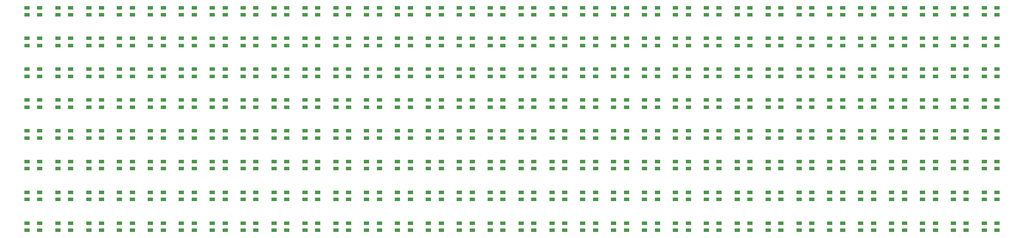
<source format=gbr>
G04 #@! TF.GenerationSoftware,KiCad,Pcbnew,(5.0.1-3-g963ef8bb5)*
G04 #@! TF.CreationDate,2019-06-17T09:36:16+02:00*
G04 #@! TF.ProjectId,cz19-badge,637A31392D62616467652E6B69636164,rev?*
G04 #@! TF.SameCoordinates,Original*
G04 #@! TF.FileFunction,Paste,Top*
G04 #@! TF.FilePolarity,Positive*
%FSLAX46Y46*%
G04 Gerber Fmt 4.6, Leading zero omitted, Abs format (unit mm)*
G04 Created by KiCad (PCBNEW (5.0.1-3-g963ef8bb5)) date 2019 June 17, Monday 09:36:16*
%MOMM*%
%LPD*%
G01*
G04 APERTURE LIST*
%ADD10R,1.000000X0.800000*%
G04 APERTURE END LIST*
D10*
G04 #@! TO.C,D1*
X55350000Y-71600000D03*
X57850000Y-71600000D03*
X57850000Y-73000000D03*
X55350000Y-73000000D03*
G04 #@! TD*
G04 #@! TO.C,D2*
X61350000Y-71600000D03*
X63850000Y-71600000D03*
X63850000Y-73000000D03*
X61350000Y-73000000D03*
G04 #@! TD*
G04 #@! TO.C,D3*
X67350000Y-71600000D03*
X69850000Y-71600000D03*
X69850000Y-73000000D03*
X67350000Y-73000000D03*
G04 #@! TD*
G04 #@! TO.C,D4*
X73350000Y-71600000D03*
X75850000Y-71600000D03*
X75850000Y-73000000D03*
X73350000Y-73000000D03*
G04 #@! TD*
G04 #@! TO.C,D5*
X79350000Y-71600000D03*
X81850000Y-71600000D03*
X81850000Y-73000000D03*
X79350000Y-73000000D03*
G04 #@! TD*
G04 #@! TO.C,D6*
X85350000Y-71600000D03*
X87850000Y-71600000D03*
X87850000Y-73000000D03*
X85350000Y-73000000D03*
G04 #@! TD*
G04 #@! TO.C,D7*
X91350000Y-71600000D03*
X93850000Y-71600000D03*
X93850000Y-73000000D03*
X91350000Y-73000000D03*
G04 #@! TD*
G04 #@! TO.C,D8*
X97350000Y-71600000D03*
X99850000Y-71600000D03*
X99850000Y-73000000D03*
X97350000Y-73000000D03*
G04 #@! TD*
G04 #@! TO.C,D9*
X103350000Y-71600000D03*
X105850000Y-71600000D03*
X105850000Y-73000000D03*
X103350000Y-73000000D03*
G04 #@! TD*
G04 #@! TO.C,D10*
X109350000Y-71600000D03*
X111850000Y-71600000D03*
X111850000Y-73000000D03*
X109350000Y-73000000D03*
G04 #@! TD*
G04 #@! TO.C,D11*
X115350000Y-71600000D03*
X117850000Y-71600000D03*
X117850000Y-73000000D03*
X115350000Y-73000000D03*
G04 #@! TD*
G04 #@! TO.C,D12*
X121350000Y-71600000D03*
X123850000Y-71600000D03*
X123850000Y-73000000D03*
X121350000Y-73000000D03*
G04 #@! TD*
G04 #@! TO.C,D13*
X127350000Y-71600000D03*
X129850000Y-71600000D03*
X129850000Y-73000000D03*
X127350000Y-73000000D03*
G04 #@! TD*
G04 #@! TO.C,D14*
X133350000Y-71600000D03*
X135850000Y-71600000D03*
X135850000Y-73000000D03*
X133350000Y-73000000D03*
G04 #@! TD*
G04 #@! TO.C,D15*
X139350000Y-71600000D03*
X141850000Y-71600000D03*
X141850000Y-73000000D03*
X139350000Y-73000000D03*
G04 #@! TD*
G04 #@! TO.C,D16*
X145350000Y-71600000D03*
X147850000Y-71600000D03*
X147850000Y-73000000D03*
X145350000Y-73000000D03*
G04 #@! TD*
G04 #@! TO.C,D17*
X151350000Y-71600000D03*
X153850000Y-71600000D03*
X153850000Y-73000000D03*
X151350000Y-73000000D03*
G04 #@! TD*
G04 #@! TO.C,D18*
X157350000Y-71600000D03*
X159850000Y-71600000D03*
X159850000Y-73000000D03*
X157350000Y-73000000D03*
G04 #@! TD*
G04 #@! TO.C,D19*
X163350000Y-71600000D03*
X165850000Y-71600000D03*
X165850000Y-73000000D03*
X163350000Y-73000000D03*
G04 #@! TD*
G04 #@! TO.C,D20*
X169350000Y-71600000D03*
X171850000Y-71600000D03*
X171850000Y-73000000D03*
X169350000Y-73000000D03*
G04 #@! TD*
G04 #@! TO.C,D21*
X175350000Y-71600000D03*
X177850000Y-71600000D03*
X177850000Y-73000000D03*
X175350000Y-73000000D03*
G04 #@! TD*
G04 #@! TO.C,D22*
X181350000Y-71600000D03*
X183850000Y-71600000D03*
X183850000Y-73000000D03*
X181350000Y-73000000D03*
G04 #@! TD*
G04 #@! TO.C,D23*
X187350000Y-71600000D03*
X189850000Y-71600000D03*
X189850000Y-73000000D03*
X187350000Y-73000000D03*
G04 #@! TD*
G04 #@! TO.C,D24*
X193350000Y-71600000D03*
X195850000Y-71600000D03*
X195850000Y-73000000D03*
X193350000Y-73000000D03*
G04 #@! TD*
G04 #@! TO.C,D25*
X199350000Y-71600000D03*
X201850000Y-71600000D03*
X201850000Y-73000000D03*
X199350000Y-73000000D03*
G04 #@! TD*
G04 #@! TO.C,D26*
X205350000Y-71600000D03*
X207850000Y-71600000D03*
X207850000Y-73000000D03*
X205350000Y-73000000D03*
G04 #@! TD*
G04 #@! TO.C,D27*
X211350000Y-71600000D03*
X213850000Y-71600000D03*
X213850000Y-73000000D03*
X211350000Y-73000000D03*
G04 #@! TD*
G04 #@! TO.C,D28*
X217350000Y-71600000D03*
X219850000Y-71600000D03*
X219850000Y-73000000D03*
X217350000Y-73000000D03*
G04 #@! TD*
G04 #@! TO.C,D29*
X223350000Y-71600000D03*
X225850000Y-71600000D03*
X225850000Y-73000000D03*
X223350000Y-73000000D03*
G04 #@! TD*
G04 #@! TO.C,D30*
X229350000Y-71600000D03*
X231850000Y-71600000D03*
X231850000Y-73000000D03*
X229350000Y-73000000D03*
G04 #@! TD*
G04 #@! TO.C,D31*
X235350000Y-71600000D03*
X237850000Y-71600000D03*
X237850000Y-73000000D03*
X235350000Y-73000000D03*
G04 #@! TD*
G04 #@! TO.C,D32*
X241350000Y-71600000D03*
X243850000Y-71600000D03*
X243850000Y-73000000D03*
X241350000Y-73000000D03*
G04 #@! TD*
G04 #@! TO.C,D33*
X55350000Y-79000000D03*
X57850000Y-79000000D03*
X57850000Y-77600000D03*
X55350000Y-77600000D03*
G04 #@! TD*
G04 #@! TO.C,D34*
X61350000Y-79000000D03*
X63850000Y-79000000D03*
X63850000Y-77600000D03*
X61350000Y-77600000D03*
G04 #@! TD*
G04 #@! TO.C,D35*
X67350000Y-79000000D03*
X69850000Y-79000000D03*
X69850000Y-77600000D03*
X67350000Y-77600000D03*
G04 #@! TD*
G04 #@! TO.C,D36*
X73350000Y-79000000D03*
X75850000Y-79000000D03*
X75850000Y-77600000D03*
X73350000Y-77600000D03*
G04 #@! TD*
G04 #@! TO.C,D37*
X79350000Y-79000000D03*
X81850000Y-79000000D03*
X81850000Y-77600000D03*
X79350000Y-77600000D03*
G04 #@! TD*
G04 #@! TO.C,D38*
X85350000Y-79000000D03*
X87850000Y-79000000D03*
X87850000Y-77600000D03*
X85350000Y-77600000D03*
G04 #@! TD*
G04 #@! TO.C,D39*
X91350000Y-79000000D03*
X93850000Y-79000000D03*
X93850000Y-77600000D03*
X91350000Y-77600000D03*
G04 #@! TD*
G04 #@! TO.C,D40*
X97350000Y-79000000D03*
X99850000Y-79000000D03*
X99850000Y-77600000D03*
X97350000Y-77600000D03*
G04 #@! TD*
G04 #@! TO.C,D41*
X103350000Y-79000000D03*
X105850000Y-79000000D03*
X105850000Y-77600000D03*
X103350000Y-77600000D03*
G04 #@! TD*
G04 #@! TO.C,D42*
X109350000Y-79000000D03*
X111850000Y-79000000D03*
X111850000Y-77600000D03*
X109350000Y-77600000D03*
G04 #@! TD*
G04 #@! TO.C,D43*
X115350000Y-79000000D03*
X117850000Y-79000000D03*
X117850000Y-77600000D03*
X115350000Y-77600000D03*
G04 #@! TD*
G04 #@! TO.C,D44*
X121350000Y-79000000D03*
X123850000Y-79000000D03*
X123850000Y-77600000D03*
X121350000Y-77600000D03*
G04 #@! TD*
G04 #@! TO.C,D45*
X127350000Y-79000000D03*
X129850000Y-79000000D03*
X129850000Y-77600000D03*
X127350000Y-77600000D03*
G04 #@! TD*
G04 #@! TO.C,D46*
X133350000Y-79000000D03*
X135850000Y-79000000D03*
X135850000Y-77600000D03*
X133350000Y-77600000D03*
G04 #@! TD*
G04 #@! TO.C,D47*
X139350000Y-79000000D03*
X141850000Y-79000000D03*
X141850000Y-77600000D03*
X139350000Y-77600000D03*
G04 #@! TD*
G04 #@! TO.C,D48*
X145350000Y-79000000D03*
X147850000Y-79000000D03*
X147850000Y-77600000D03*
X145350000Y-77600000D03*
G04 #@! TD*
G04 #@! TO.C,D49*
X151350000Y-79000000D03*
X153850000Y-79000000D03*
X153850000Y-77600000D03*
X151350000Y-77600000D03*
G04 #@! TD*
G04 #@! TO.C,D50*
X157350000Y-79000000D03*
X159850000Y-79000000D03*
X159850000Y-77600000D03*
X157350000Y-77600000D03*
G04 #@! TD*
G04 #@! TO.C,D51*
X163350000Y-79000000D03*
X165850000Y-79000000D03*
X165850000Y-77600000D03*
X163350000Y-77600000D03*
G04 #@! TD*
G04 #@! TO.C,D52*
X169350000Y-79000000D03*
X171850000Y-79000000D03*
X171850000Y-77600000D03*
X169350000Y-77600000D03*
G04 #@! TD*
G04 #@! TO.C,D53*
X175350000Y-79000000D03*
X177850000Y-79000000D03*
X177850000Y-77600000D03*
X175350000Y-77600000D03*
G04 #@! TD*
G04 #@! TO.C,D54*
X181350000Y-79000000D03*
X183850000Y-79000000D03*
X183850000Y-77600000D03*
X181350000Y-77600000D03*
G04 #@! TD*
G04 #@! TO.C,D55*
X187350000Y-79000000D03*
X189850000Y-79000000D03*
X189850000Y-77600000D03*
X187350000Y-77600000D03*
G04 #@! TD*
G04 #@! TO.C,D56*
X193350000Y-79000000D03*
X195850000Y-79000000D03*
X195850000Y-77600000D03*
X193350000Y-77600000D03*
G04 #@! TD*
G04 #@! TO.C,D57*
X199350000Y-79000000D03*
X201850000Y-79000000D03*
X201850000Y-77600000D03*
X199350000Y-77600000D03*
G04 #@! TD*
G04 #@! TO.C,D58*
X205350000Y-79000000D03*
X207850000Y-79000000D03*
X207850000Y-77600000D03*
X205350000Y-77600000D03*
G04 #@! TD*
G04 #@! TO.C,D59*
X211350000Y-79000000D03*
X213850000Y-79000000D03*
X213850000Y-77600000D03*
X211350000Y-77600000D03*
G04 #@! TD*
G04 #@! TO.C,D60*
X217350000Y-79000000D03*
X219850000Y-79000000D03*
X219850000Y-77600000D03*
X217350000Y-77600000D03*
G04 #@! TD*
G04 #@! TO.C,D61*
X223350000Y-79000000D03*
X225850000Y-79000000D03*
X225850000Y-77600000D03*
X223350000Y-77600000D03*
G04 #@! TD*
G04 #@! TO.C,D62*
X229350000Y-79000000D03*
X231850000Y-79000000D03*
X231850000Y-77600000D03*
X229350000Y-77600000D03*
G04 #@! TD*
G04 #@! TO.C,D63*
X235350000Y-79000000D03*
X237850000Y-79000000D03*
X237850000Y-77600000D03*
X235350000Y-77600000D03*
G04 #@! TD*
G04 #@! TO.C,D64*
X241350000Y-79000000D03*
X243850000Y-79000000D03*
X243850000Y-77600000D03*
X241350000Y-77600000D03*
G04 #@! TD*
G04 #@! TO.C,D65*
X55350000Y-83600000D03*
X57850000Y-83600000D03*
X57850000Y-85000000D03*
X55350000Y-85000000D03*
G04 #@! TD*
G04 #@! TO.C,D66*
X61350000Y-83600000D03*
X63850000Y-83600000D03*
X63850000Y-85000000D03*
X61350000Y-85000000D03*
G04 #@! TD*
G04 #@! TO.C,D67*
X67350000Y-83600000D03*
X69850000Y-83600000D03*
X69850000Y-85000000D03*
X67350000Y-85000000D03*
G04 #@! TD*
G04 #@! TO.C,D68*
X73350000Y-83600000D03*
X75850000Y-83600000D03*
X75850000Y-85000000D03*
X73350000Y-85000000D03*
G04 #@! TD*
G04 #@! TO.C,D69*
X79350000Y-83600000D03*
X81850000Y-83600000D03*
X81850000Y-85000000D03*
X79350000Y-85000000D03*
G04 #@! TD*
G04 #@! TO.C,D70*
X85350000Y-83600000D03*
X87850000Y-83600000D03*
X87850000Y-85000000D03*
X85350000Y-85000000D03*
G04 #@! TD*
G04 #@! TO.C,D71*
X91350000Y-83600000D03*
X93850000Y-83600000D03*
X93850000Y-85000000D03*
X91350000Y-85000000D03*
G04 #@! TD*
G04 #@! TO.C,D72*
X97350000Y-83600000D03*
X99850000Y-83600000D03*
X99850000Y-85000000D03*
X97350000Y-85000000D03*
G04 #@! TD*
G04 #@! TO.C,D73*
X103350000Y-83600000D03*
X105850000Y-83600000D03*
X105850000Y-85000000D03*
X103350000Y-85000000D03*
G04 #@! TD*
G04 #@! TO.C,D74*
X109350000Y-83600000D03*
X111850000Y-83600000D03*
X111850000Y-85000000D03*
X109350000Y-85000000D03*
G04 #@! TD*
G04 #@! TO.C,D75*
X115350000Y-83600000D03*
X117850000Y-83600000D03*
X117850000Y-85000000D03*
X115350000Y-85000000D03*
G04 #@! TD*
G04 #@! TO.C,D76*
X121350000Y-83600000D03*
X123850000Y-83600000D03*
X123850000Y-85000000D03*
X121350000Y-85000000D03*
G04 #@! TD*
G04 #@! TO.C,D77*
X127350000Y-83600000D03*
X129850000Y-83600000D03*
X129850000Y-85000000D03*
X127350000Y-85000000D03*
G04 #@! TD*
G04 #@! TO.C,D78*
X133350000Y-83600000D03*
X135850000Y-83600000D03*
X135850000Y-85000000D03*
X133350000Y-85000000D03*
G04 #@! TD*
G04 #@! TO.C,D79*
X139350000Y-83600000D03*
X141850000Y-83600000D03*
X141850000Y-85000000D03*
X139350000Y-85000000D03*
G04 #@! TD*
G04 #@! TO.C,D80*
X145350000Y-83600000D03*
X147850000Y-83600000D03*
X147850000Y-85000000D03*
X145350000Y-85000000D03*
G04 #@! TD*
G04 #@! TO.C,D81*
X151350000Y-83600000D03*
X153850000Y-83600000D03*
X153850000Y-85000000D03*
X151350000Y-85000000D03*
G04 #@! TD*
G04 #@! TO.C,D82*
X157350000Y-83600000D03*
X159850000Y-83600000D03*
X159850000Y-85000000D03*
X157350000Y-85000000D03*
G04 #@! TD*
G04 #@! TO.C,D83*
X163350000Y-83600000D03*
X165850000Y-83600000D03*
X165850000Y-85000000D03*
X163350000Y-85000000D03*
G04 #@! TD*
G04 #@! TO.C,D84*
X169350000Y-83600000D03*
X171850000Y-83600000D03*
X171850000Y-85000000D03*
X169350000Y-85000000D03*
G04 #@! TD*
G04 #@! TO.C,D85*
X175350000Y-83600000D03*
X177850000Y-83600000D03*
X177850000Y-85000000D03*
X175350000Y-85000000D03*
G04 #@! TD*
G04 #@! TO.C,D86*
X181350000Y-83600000D03*
X183850000Y-83600000D03*
X183850000Y-85000000D03*
X181350000Y-85000000D03*
G04 #@! TD*
G04 #@! TO.C,D87*
X187350000Y-83600000D03*
X189850000Y-83600000D03*
X189850000Y-85000000D03*
X187350000Y-85000000D03*
G04 #@! TD*
G04 #@! TO.C,D88*
X193350000Y-83600000D03*
X195850000Y-83600000D03*
X195850000Y-85000000D03*
X193350000Y-85000000D03*
G04 #@! TD*
G04 #@! TO.C,D89*
X199350000Y-83600000D03*
X201850000Y-83600000D03*
X201850000Y-85000000D03*
X199350000Y-85000000D03*
G04 #@! TD*
G04 #@! TO.C,D90*
X205350000Y-83600000D03*
X207850000Y-83600000D03*
X207850000Y-85000000D03*
X205350000Y-85000000D03*
G04 #@! TD*
G04 #@! TO.C,D91*
X211350000Y-83600000D03*
X213850000Y-83600000D03*
X213850000Y-85000000D03*
X211350000Y-85000000D03*
G04 #@! TD*
G04 #@! TO.C,D92*
X217350000Y-83600000D03*
X219850000Y-83600000D03*
X219850000Y-85000000D03*
X217350000Y-85000000D03*
G04 #@! TD*
G04 #@! TO.C,D93*
X223350000Y-83600000D03*
X225850000Y-83600000D03*
X225850000Y-85000000D03*
X223350000Y-85000000D03*
G04 #@! TD*
G04 #@! TO.C,D94*
X229350000Y-83600000D03*
X231850000Y-83600000D03*
X231850000Y-85000000D03*
X229350000Y-85000000D03*
G04 #@! TD*
G04 #@! TO.C,D95*
X235350000Y-83600000D03*
X237850000Y-83600000D03*
X237850000Y-85000000D03*
X235350000Y-85000000D03*
G04 #@! TD*
G04 #@! TO.C,D96*
X241350000Y-85000000D03*
X243850000Y-85000000D03*
X243850000Y-83600000D03*
X241350000Y-83600000D03*
G04 #@! TD*
G04 #@! TO.C,D97*
X55350000Y-91000000D03*
X57850000Y-91000000D03*
X57850000Y-89600000D03*
X55350000Y-89600000D03*
G04 #@! TD*
G04 #@! TO.C,D98*
X61350000Y-91000000D03*
X63850000Y-91000000D03*
X63850000Y-89600000D03*
X61350000Y-89600000D03*
G04 #@! TD*
G04 #@! TO.C,D99*
X67350000Y-91000000D03*
X69850000Y-91000000D03*
X69850000Y-89600000D03*
X67350000Y-89600000D03*
G04 #@! TD*
G04 #@! TO.C,D100*
X73350000Y-91000000D03*
X75850000Y-91000000D03*
X75850000Y-89600000D03*
X73350000Y-89600000D03*
G04 #@! TD*
G04 #@! TO.C,D101*
X79350000Y-91000000D03*
X81850000Y-91000000D03*
X81850000Y-89600000D03*
X79350000Y-89600000D03*
G04 #@! TD*
G04 #@! TO.C,D102*
X85350000Y-91000000D03*
X87850000Y-91000000D03*
X87850000Y-89600000D03*
X85350000Y-89600000D03*
G04 #@! TD*
G04 #@! TO.C,D103*
X91350000Y-91000000D03*
X93850000Y-91000000D03*
X93850000Y-89600000D03*
X91350000Y-89600000D03*
G04 #@! TD*
G04 #@! TO.C,D104*
X97350000Y-91000000D03*
X99850000Y-91000000D03*
X99850000Y-89600000D03*
X97350000Y-89600000D03*
G04 #@! TD*
G04 #@! TO.C,D105*
X103350000Y-91000000D03*
X105850000Y-91000000D03*
X105850000Y-89600000D03*
X103350000Y-89600000D03*
G04 #@! TD*
G04 #@! TO.C,D106*
X109350000Y-91000000D03*
X111850000Y-91000000D03*
X111850000Y-89600000D03*
X109350000Y-89600000D03*
G04 #@! TD*
G04 #@! TO.C,D107*
X115350000Y-91000000D03*
X117850000Y-91000000D03*
X117850000Y-89600000D03*
X115350000Y-89600000D03*
G04 #@! TD*
G04 #@! TO.C,D108*
X121350000Y-91000000D03*
X123850000Y-91000000D03*
X123850000Y-89600000D03*
X121350000Y-89600000D03*
G04 #@! TD*
G04 #@! TO.C,D109*
X127350000Y-91000000D03*
X129850000Y-91000000D03*
X129850000Y-89600000D03*
X127350000Y-89600000D03*
G04 #@! TD*
G04 #@! TO.C,D110*
X133350000Y-89600000D03*
X135850000Y-89600000D03*
X135850000Y-91000000D03*
X133350000Y-91000000D03*
G04 #@! TD*
G04 #@! TO.C,D111*
X139350000Y-91000000D03*
X141850000Y-91000000D03*
X141850000Y-89600000D03*
X139350000Y-89600000D03*
G04 #@! TD*
G04 #@! TO.C,D112*
X145350000Y-91000000D03*
X147850000Y-91000000D03*
X147850000Y-89600000D03*
X145350000Y-89600000D03*
G04 #@! TD*
G04 #@! TO.C,D113*
X151350000Y-91000000D03*
X153850000Y-91000000D03*
X153850000Y-89600000D03*
X151350000Y-89600000D03*
G04 #@! TD*
G04 #@! TO.C,D114*
X157350000Y-91000000D03*
X159850000Y-91000000D03*
X159850000Y-89600000D03*
X157350000Y-89600000D03*
G04 #@! TD*
G04 #@! TO.C,D115*
X163350000Y-91000000D03*
X165850000Y-91000000D03*
X165850000Y-89600000D03*
X163350000Y-89600000D03*
G04 #@! TD*
G04 #@! TO.C,D116*
X169350000Y-91000000D03*
X171850000Y-91000000D03*
X171850000Y-89600000D03*
X169350000Y-89600000D03*
G04 #@! TD*
G04 #@! TO.C,D117*
X175350000Y-91000000D03*
X177850000Y-91000000D03*
X177850000Y-89600000D03*
X175350000Y-89600000D03*
G04 #@! TD*
G04 #@! TO.C,D118*
X181350000Y-91000000D03*
X183850000Y-91000000D03*
X183850000Y-89600000D03*
X181350000Y-89600000D03*
G04 #@! TD*
G04 #@! TO.C,D119*
X187350000Y-91000000D03*
X189850000Y-91000000D03*
X189850000Y-89600000D03*
X187350000Y-89600000D03*
G04 #@! TD*
G04 #@! TO.C,D120*
X193350000Y-91000000D03*
X195850000Y-91000000D03*
X195850000Y-89600000D03*
X193350000Y-89600000D03*
G04 #@! TD*
G04 #@! TO.C,D121*
X199350000Y-91000000D03*
X201850000Y-91000000D03*
X201850000Y-89600000D03*
X199350000Y-89600000D03*
G04 #@! TD*
G04 #@! TO.C,D122*
X205350000Y-91000000D03*
X207850000Y-91000000D03*
X207850000Y-89600000D03*
X205350000Y-89600000D03*
G04 #@! TD*
G04 #@! TO.C,D123*
X211350000Y-91000000D03*
X213850000Y-91000000D03*
X213850000Y-89600000D03*
X211350000Y-89600000D03*
G04 #@! TD*
G04 #@! TO.C,D124*
X217350000Y-91000000D03*
X219850000Y-91000000D03*
X219850000Y-89600000D03*
X217350000Y-89600000D03*
G04 #@! TD*
G04 #@! TO.C,D125*
X223350000Y-91000000D03*
X225850000Y-91000000D03*
X225850000Y-89600000D03*
X223350000Y-89600000D03*
G04 #@! TD*
G04 #@! TO.C,D126*
X229350000Y-91000000D03*
X231850000Y-91000000D03*
X231850000Y-89600000D03*
X229350000Y-89600000D03*
G04 #@! TD*
G04 #@! TO.C,D127*
X235350000Y-91000000D03*
X237850000Y-91000000D03*
X237850000Y-89600000D03*
X235350000Y-89600000D03*
G04 #@! TD*
G04 #@! TO.C,D128*
X241350000Y-89600000D03*
X243850000Y-89600000D03*
X243850000Y-91000000D03*
X241350000Y-91000000D03*
G04 #@! TD*
G04 #@! TO.C,D129*
X55350000Y-95600000D03*
X57850000Y-95600000D03*
X57850000Y-97000000D03*
X55350000Y-97000000D03*
G04 #@! TD*
G04 #@! TO.C,D130*
X61350000Y-95600000D03*
X63850000Y-95600000D03*
X63850000Y-97000000D03*
X61350000Y-97000000D03*
G04 #@! TD*
G04 #@! TO.C,D131*
X67350000Y-95600000D03*
X69850000Y-95600000D03*
X69850000Y-97000000D03*
X67350000Y-97000000D03*
G04 #@! TD*
G04 #@! TO.C,D132*
X73350000Y-95600000D03*
X75850000Y-95600000D03*
X75850000Y-97000000D03*
X73350000Y-97000000D03*
G04 #@! TD*
G04 #@! TO.C,D133*
X79350000Y-95600000D03*
X81850000Y-95600000D03*
X81850000Y-97000000D03*
X79350000Y-97000000D03*
G04 #@! TD*
G04 #@! TO.C,D134*
X85350000Y-95600000D03*
X87850000Y-95600000D03*
X87850000Y-97000000D03*
X85350000Y-97000000D03*
G04 #@! TD*
G04 #@! TO.C,D135*
X91350000Y-95600000D03*
X93850000Y-95600000D03*
X93850000Y-97000000D03*
X91350000Y-97000000D03*
G04 #@! TD*
G04 #@! TO.C,D136*
X97350000Y-95600000D03*
X99850000Y-95600000D03*
X99850000Y-97000000D03*
X97350000Y-97000000D03*
G04 #@! TD*
G04 #@! TO.C,D137*
X103350000Y-95600000D03*
X105850000Y-95600000D03*
X105850000Y-97000000D03*
X103350000Y-97000000D03*
G04 #@! TD*
G04 #@! TO.C,D138*
X109350000Y-95600000D03*
X111850000Y-95600000D03*
X111850000Y-97000000D03*
X109350000Y-97000000D03*
G04 #@! TD*
G04 #@! TO.C,D139*
X115350000Y-95600000D03*
X117850000Y-95600000D03*
X117850000Y-97000000D03*
X115350000Y-97000000D03*
G04 #@! TD*
G04 #@! TO.C,D140*
X121350000Y-95600000D03*
X123850000Y-95600000D03*
X123850000Y-97000000D03*
X121350000Y-97000000D03*
G04 #@! TD*
G04 #@! TO.C,D141*
X127350000Y-95600000D03*
X129850000Y-95600000D03*
X129850000Y-97000000D03*
X127350000Y-97000000D03*
G04 #@! TD*
G04 #@! TO.C,D142*
X133350000Y-95600000D03*
X135850000Y-95600000D03*
X135850000Y-97000000D03*
X133350000Y-97000000D03*
G04 #@! TD*
G04 #@! TO.C,D143*
X139350000Y-95600000D03*
X141850000Y-95600000D03*
X141850000Y-97000000D03*
X139350000Y-97000000D03*
G04 #@! TD*
G04 #@! TO.C,D144*
X145350000Y-95600000D03*
X147850000Y-95600000D03*
X147850000Y-97000000D03*
X145350000Y-97000000D03*
G04 #@! TD*
G04 #@! TO.C,D145*
X151350000Y-95600000D03*
X153850000Y-95600000D03*
X153850000Y-97000000D03*
X151350000Y-97000000D03*
G04 #@! TD*
G04 #@! TO.C,D146*
X157350000Y-95600000D03*
X159850000Y-95600000D03*
X159850000Y-97000000D03*
X157350000Y-97000000D03*
G04 #@! TD*
G04 #@! TO.C,D147*
X163350000Y-95600000D03*
X165850000Y-95600000D03*
X165850000Y-97000000D03*
X163350000Y-97000000D03*
G04 #@! TD*
G04 #@! TO.C,D148*
X169350000Y-95600000D03*
X171850000Y-95600000D03*
X171850000Y-97000000D03*
X169350000Y-97000000D03*
G04 #@! TD*
G04 #@! TO.C,D149*
X175350000Y-95600000D03*
X177850000Y-95600000D03*
X177850000Y-97000000D03*
X175350000Y-97000000D03*
G04 #@! TD*
G04 #@! TO.C,D150*
X181350000Y-95600000D03*
X183850000Y-95600000D03*
X183850000Y-97000000D03*
X181350000Y-97000000D03*
G04 #@! TD*
G04 #@! TO.C,D151*
X187350000Y-95600000D03*
X189850000Y-95600000D03*
X189850000Y-97000000D03*
X187350000Y-97000000D03*
G04 #@! TD*
G04 #@! TO.C,D152*
X193350000Y-95600000D03*
X195850000Y-95600000D03*
X195850000Y-97000000D03*
X193350000Y-97000000D03*
G04 #@! TD*
G04 #@! TO.C,D153*
X199350000Y-95600000D03*
X201850000Y-95600000D03*
X201850000Y-97000000D03*
X199350000Y-97000000D03*
G04 #@! TD*
G04 #@! TO.C,D154*
X205350000Y-95600000D03*
X207850000Y-95600000D03*
X207850000Y-97000000D03*
X205350000Y-97000000D03*
G04 #@! TD*
G04 #@! TO.C,D155*
X211350000Y-95600000D03*
X213850000Y-95600000D03*
X213850000Y-97000000D03*
X211350000Y-97000000D03*
G04 #@! TD*
G04 #@! TO.C,D156*
X217350000Y-95600000D03*
X219850000Y-95600000D03*
X219850000Y-97000000D03*
X217350000Y-97000000D03*
G04 #@! TD*
G04 #@! TO.C,D157*
X223350000Y-95600000D03*
X225850000Y-95600000D03*
X225850000Y-97000000D03*
X223350000Y-97000000D03*
G04 #@! TD*
G04 #@! TO.C,D158*
X229350000Y-95600000D03*
X231850000Y-95600000D03*
X231850000Y-97000000D03*
X229350000Y-97000000D03*
G04 #@! TD*
G04 #@! TO.C,D159*
X235350000Y-95600000D03*
X237850000Y-95600000D03*
X237850000Y-97000000D03*
X235350000Y-97000000D03*
G04 #@! TD*
G04 #@! TO.C,D160*
X241350000Y-97000000D03*
X243850000Y-97000000D03*
X243850000Y-95600000D03*
X241350000Y-95600000D03*
G04 #@! TD*
G04 #@! TO.C,D161*
X55350000Y-103000000D03*
X57850000Y-103000000D03*
X57850000Y-101600000D03*
X55350000Y-101600000D03*
G04 #@! TD*
G04 #@! TO.C,D162*
X61350000Y-103000000D03*
X63850000Y-103000000D03*
X63850000Y-101600000D03*
X61350000Y-101600000D03*
G04 #@! TD*
G04 #@! TO.C,D163*
X67350000Y-103000000D03*
X69850000Y-103000000D03*
X69850000Y-101600000D03*
X67350000Y-101600000D03*
G04 #@! TD*
G04 #@! TO.C,D164*
X73350000Y-103000000D03*
X75850000Y-103000000D03*
X75850000Y-101600000D03*
X73350000Y-101600000D03*
G04 #@! TD*
G04 #@! TO.C,D165*
X79350000Y-103000000D03*
X81850000Y-103000000D03*
X81850000Y-101600000D03*
X79350000Y-101600000D03*
G04 #@! TD*
G04 #@! TO.C,D166*
X85350000Y-103000000D03*
X87850000Y-103000000D03*
X87850000Y-101600000D03*
X85350000Y-101600000D03*
G04 #@! TD*
G04 #@! TO.C,D167*
X91350000Y-103000000D03*
X93850000Y-103000000D03*
X93850000Y-101600000D03*
X91350000Y-101600000D03*
G04 #@! TD*
G04 #@! TO.C,D168*
X97350000Y-103000000D03*
X99850000Y-103000000D03*
X99850000Y-101600000D03*
X97350000Y-101600000D03*
G04 #@! TD*
G04 #@! TO.C,D169*
X103350000Y-103000000D03*
X105850000Y-103000000D03*
X105850000Y-101600000D03*
X103350000Y-101600000D03*
G04 #@! TD*
G04 #@! TO.C,D170*
X109350000Y-103000000D03*
X111850000Y-103000000D03*
X111850000Y-101600000D03*
X109350000Y-101600000D03*
G04 #@! TD*
G04 #@! TO.C,D171*
X115350000Y-103000000D03*
X117850000Y-103000000D03*
X117850000Y-101600000D03*
X115350000Y-101600000D03*
G04 #@! TD*
G04 #@! TO.C,D172*
X121350000Y-103000000D03*
X123850000Y-103000000D03*
X123850000Y-101600000D03*
X121350000Y-101600000D03*
G04 #@! TD*
G04 #@! TO.C,D173*
X127350000Y-103000000D03*
X129850000Y-103000000D03*
X129850000Y-101600000D03*
X127350000Y-101600000D03*
G04 #@! TD*
G04 #@! TO.C,D174*
X133350000Y-103000000D03*
X135850000Y-103000000D03*
X135850000Y-101600000D03*
X133350000Y-101600000D03*
G04 #@! TD*
G04 #@! TO.C,D175*
X139350000Y-103000000D03*
X141850000Y-103000000D03*
X141850000Y-101600000D03*
X139350000Y-101600000D03*
G04 #@! TD*
G04 #@! TO.C,D176*
X145350000Y-103000000D03*
X147850000Y-103000000D03*
X147850000Y-101600000D03*
X145350000Y-101600000D03*
G04 #@! TD*
G04 #@! TO.C,D177*
X151350000Y-103000000D03*
X153850000Y-103000000D03*
X153850000Y-101600000D03*
X151350000Y-101600000D03*
G04 #@! TD*
G04 #@! TO.C,D178*
X157350000Y-103000000D03*
X159850000Y-103000000D03*
X159850000Y-101600000D03*
X157350000Y-101600000D03*
G04 #@! TD*
G04 #@! TO.C,D179*
X163350000Y-103000000D03*
X165850000Y-103000000D03*
X165850000Y-101600000D03*
X163350000Y-101600000D03*
G04 #@! TD*
G04 #@! TO.C,D180*
X169350000Y-103000000D03*
X171850000Y-103000000D03*
X171850000Y-101600000D03*
X169350000Y-101600000D03*
G04 #@! TD*
G04 #@! TO.C,D181*
X175350000Y-103000000D03*
X177850000Y-103000000D03*
X177850000Y-101600000D03*
X175350000Y-101600000D03*
G04 #@! TD*
G04 #@! TO.C,D182*
X181350000Y-103000000D03*
X183850000Y-103000000D03*
X183850000Y-101600000D03*
X181350000Y-101600000D03*
G04 #@! TD*
G04 #@! TO.C,D183*
X187350000Y-103000000D03*
X189850000Y-103000000D03*
X189850000Y-101600000D03*
X187350000Y-101600000D03*
G04 #@! TD*
G04 #@! TO.C,D184*
X193350000Y-103000000D03*
X195850000Y-103000000D03*
X195850000Y-101600000D03*
X193350000Y-101600000D03*
G04 #@! TD*
G04 #@! TO.C,D185*
X199350000Y-103000000D03*
X201850000Y-103000000D03*
X201850000Y-101600000D03*
X199350000Y-101600000D03*
G04 #@! TD*
G04 #@! TO.C,D186*
X205350000Y-103000000D03*
X207850000Y-103000000D03*
X207850000Y-101600000D03*
X205350000Y-101600000D03*
G04 #@! TD*
G04 #@! TO.C,D187*
X211350000Y-103000000D03*
X213850000Y-103000000D03*
X213850000Y-101600000D03*
X211350000Y-101600000D03*
G04 #@! TD*
G04 #@! TO.C,D188*
X217350000Y-103000000D03*
X219850000Y-103000000D03*
X219850000Y-101600000D03*
X217350000Y-101600000D03*
G04 #@! TD*
G04 #@! TO.C,D189*
X223350000Y-103000000D03*
X225850000Y-103000000D03*
X225850000Y-101600000D03*
X223350000Y-101600000D03*
G04 #@! TD*
G04 #@! TO.C,D190*
X229350000Y-103000000D03*
X231850000Y-103000000D03*
X231850000Y-101600000D03*
X229350000Y-101600000D03*
G04 #@! TD*
G04 #@! TO.C,D191*
X235350000Y-103000000D03*
X237850000Y-103000000D03*
X237850000Y-101600000D03*
X235350000Y-101600000D03*
G04 #@! TD*
G04 #@! TO.C,D192*
X241350000Y-101600000D03*
X243850000Y-101600000D03*
X243850000Y-103000000D03*
X241350000Y-103000000D03*
G04 #@! TD*
G04 #@! TO.C,D193*
X55350000Y-107600000D03*
X57850000Y-107600000D03*
X57850000Y-109000000D03*
X55350000Y-109000000D03*
G04 #@! TD*
G04 #@! TO.C,D194*
X61350000Y-107600000D03*
X63850000Y-107600000D03*
X63850000Y-109000000D03*
X61350000Y-109000000D03*
G04 #@! TD*
G04 #@! TO.C,D195*
X67350000Y-107600000D03*
X69850000Y-107600000D03*
X69850000Y-109000000D03*
X67350000Y-109000000D03*
G04 #@! TD*
G04 #@! TO.C,D196*
X73350000Y-107600000D03*
X75850000Y-107600000D03*
X75850000Y-109000000D03*
X73350000Y-109000000D03*
G04 #@! TD*
G04 #@! TO.C,D197*
X79350000Y-107600000D03*
X81850000Y-107600000D03*
X81850000Y-109000000D03*
X79350000Y-109000000D03*
G04 #@! TD*
G04 #@! TO.C,D198*
X85350000Y-107600000D03*
X87850000Y-107600000D03*
X87850000Y-109000000D03*
X85350000Y-109000000D03*
G04 #@! TD*
G04 #@! TO.C,D199*
X91350000Y-107600000D03*
X93850000Y-107600000D03*
X93850000Y-109000000D03*
X91350000Y-109000000D03*
G04 #@! TD*
G04 #@! TO.C,D200*
X97350000Y-107600000D03*
X99850000Y-107600000D03*
X99850000Y-109000000D03*
X97350000Y-109000000D03*
G04 #@! TD*
G04 #@! TO.C,D201*
X103350000Y-107600000D03*
X105850000Y-107600000D03*
X105850000Y-109000000D03*
X103350000Y-109000000D03*
G04 #@! TD*
G04 #@! TO.C,D202*
X109350000Y-107600000D03*
X111850000Y-107600000D03*
X111850000Y-109000000D03*
X109350000Y-109000000D03*
G04 #@! TD*
G04 #@! TO.C,D203*
X115350000Y-107600000D03*
X117850000Y-107600000D03*
X117850000Y-109000000D03*
X115350000Y-109000000D03*
G04 #@! TD*
G04 #@! TO.C,D204*
X121350000Y-107600000D03*
X123850000Y-107600000D03*
X123850000Y-109000000D03*
X121350000Y-109000000D03*
G04 #@! TD*
G04 #@! TO.C,D205*
X127350000Y-107600000D03*
X129850000Y-107600000D03*
X129850000Y-109000000D03*
X127350000Y-109000000D03*
G04 #@! TD*
G04 #@! TO.C,D206*
X133350000Y-107600000D03*
X135850000Y-107600000D03*
X135850000Y-109000000D03*
X133350000Y-109000000D03*
G04 #@! TD*
G04 #@! TO.C,D207*
X139350000Y-107600000D03*
X141850000Y-107600000D03*
X141850000Y-109000000D03*
X139350000Y-109000000D03*
G04 #@! TD*
G04 #@! TO.C,D208*
X145350000Y-107600000D03*
X147850000Y-107600000D03*
X147850000Y-109000000D03*
X145350000Y-109000000D03*
G04 #@! TD*
G04 #@! TO.C,D209*
X151350000Y-109000000D03*
X153850000Y-109000000D03*
X153850000Y-107600000D03*
X151350000Y-107600000D03*
G04 #@! TD*
G04 #@! TO.C,D210*
X157350000Y-107600000D03*
X159850000Y-107600000D03*
X159850000Y-109000000D03*
X157350000Y-109000000D03*
G04 #@! TD*
G04 #@! TO.C,D211*
X163350000Y-107600000D03*
X165850000Y-107600000D03*
X165850000Y-109000000D03*
X163350000Y-109000000D03*
G04 #@! TD*
G04 #@! TO.C,D212*
X169350000Y-107600000D03*
X171850000Y-107600000D03*
X171850000Y-109000000D03*
X169350000Y-109000000D03*
G04 #@! TD*
G04 #@! TO.C,D213*
X175350000Y-107600000D03*
X177850000Y-107600000D03*
X177850000Y-109000000D03*
X175350000Y-109000000D03*
G04 #@! TD*
G04 #@! TO.C,D214*
X181350000Y-107600000D03*
X183850000Y-107600000D03*
X183850000Y-109000000D03*
X181350000Y-109000000D03*
G04 #@! TD*
G04 #@! TO.C,D215*
X187350000Y-107600000D03*
X189850000Y-107600000D03*
X189850000Y-109000000D03*
X187350000Y-109000000D03*
G04 #@! TD*
G04 #@! TO.C,D216*
X193350000Y-107600000D03*
X195850000Y-107600000D03*
X195850000Y-109000000D03*
X193350000Y-109000000D03*
G04 #@! TD*
G04 #@! TO.C,D217*
X199350000Y-107600000D03*
X201850000Y-107600000D03*
X201850000Y-109000000D03*
X199350000Y-109000000D03*
G04 #@! TD*
G04 #@! TO.C,D218*
X205350000Y-107600000D03*
X207850000Y-107600000D03*
X207850000Y-109000000D03*
X205350000Y-109000000D03*
G04 #@! TD*
G04 #@! TO.C,D219*
X211350000Y-107600000D03*
X213850000Y-107600000D03*
X213850000Y-109000000D03*
X211350000Y-109000000D03*
G04 #@! TD*
G04 #@! TO.C,D220*
X217350000Y-107600000D03*
X219850000Y-107600000D03*
X219850000Y-109000000D03*
X217350000Y-109000000D03*
G04 #@! TD*
G04 #@! TO.C,D221*
X223350000Y-107600000D03*
X225850000Y-107600000D03*
X225850000Y-109000000D03*
X223350000Y-109000000D03*
G04 #@! TD*
G04 #@! TO.C,D222*
X229350000Y-107600000D03*
X231850000Y-107600000D03*
X231850000Y-109000000D03*
X229350000Y-109000000D03*
G04 #@! TD*
G04 #@! TO.C,D223*
X235350000Y-107600000D03*
X237850000Y-107600000D03*
X237850000Y-109000000D03*
X235350000Y-109000000D03*
G04 #@! TD*
G04 #@! TO.C,D224*
X241350000Y-107600000D03*
X243850000Y-107600000D03*
X243850000Y-109000000D03*
X241350000Y-109000000D03*
G04 #@! TD*
G04 #@! TO.C,D225*
X55350000Y-115000000D03*
X57850000Y-115000000D03*
X57850000Y-113600000D03*
X55350000Y-113600000D03*
G04 #@! TD*
G04 #@! TO.C,D226*
X61350000Y-115000000D03*
X63850000Y-115000000D03*
X63850000Y-113600000D03*
X61350000Y-113600000D03*
G04 #@! TD*
G04 #@! TO.C,D227*
X67350000Y-115000000D03*
X69850000Y-115000000D03*
X69850000Y-113600000D03*
X67350000Y-113600000D03*
G04 #@! TD*
G04 #@! TO.C,D228*
X73350000Y-115000000D03*
X75850000Y-115000000D03*
X75850000Y-113600000D03*
X73350000Y-113600000D03*
G04 #@! TD*
G04 #@! TO.C,D229*
X79350000Y-115000000D03*
X81850000Y-115000000D03*
X81850000Y-113600000D03*
X79350000Y-113600000D03*
G04 #@! TD*
G04 #@! TO.C,D230*
X85350000Y-115000000D03*
X87850000Y-115000000D03*
X87850000Y-113600000D03*
X85350000Y-113600000D03*
G04 #@! TD*
G04 #@! TO.C,D231*
X91350000Y-115000000D03*
X93850000Y-115000000D03*
X93850000Y-113600000D03*
X91350000Y-113600000D03*
G04 #@! TD*
G04 #@! TO.C,D232*
X97350000Y-115000000D03*
X99850000Y-115000000D03*
X99850000Y-113600000D03*
X97350000Y-113600000D03*
G04 #@! TD*
G04 #@! TO.C,D233*
X103350000Y-115000000D03*
X105850000Y-115000000D03*
X105850000Y-113600000D03*
X103350000Y-113600000D03*
G04 #@! TD*
G04 #@! TO.C,D234*
X109350000Y-115000000D03*
X111850000Y-115000000D03*
X111850000Y-113600000D03*
X109350000Y-113600000D03*
G04 #@! TD*
G04 #@! TO.C,D235*
X115350000Y-115000000D03*
X117850000Y-115000000D03*
X117850000Y-113600000D03*
X115350000Y-113600000D03*
G04 #@! TD*
G04 #@! TO.C,D236*
X121350000Y-115000000D03*
X123850000Y-115000000D03*
X123850000Y-113600000D03*
X121350000Y-113600000D03*
G04 #@! TD*
G04 #@! TO.C,D237*
X127350000Y-115000000D03*
X129850000Y-115000000D03*
X129850000Y-113600000D03*
X127350000Y-113600000D03*
G04 #@! TD*
G04 #@! TO.C,D238*
X133350000Y-115000000D03*
X135850000Y-115000000D03*
X135850000Y-113600000D03*
X133350000Y-113600000D03*
G04 #@! TD*
G04 #@! TO.C,D239*
X139350000Y-115000000D03*
X141850000Y-115000000D03*
X141850000Y-113600000D03*
X139350000Y-113600000D03*
G04 #@! TD*
G04 #@! TO.C,D240*
X145350000Y-115000000D03*
X147850000Y-115000000D03*
X147850000Y-113600000D03*
X145350000Y-113600000D03*
G04 #@! TD*
G04 #@! TO.C,D241*
X151350000Y-115000000D03*
X153850000Y-115000000D03*
X153850000Y-113600000D03*
X151350000Y-113600000D03*
G04 #@! TD*
G04 #@! TO.C,D242*
X157350000Y-115000000D03*
X159850000Y-115000000D03*
X159850000Y-113600000D03*
X157350000Y-113600000D03*
G04 #@! TD*
G04 #@! TO.C,D243*
X163350000Y-115000000D03*
X165850000Y-115000000D03*
X165850000Y-113600000D03*
X163350000Y-113600000D03*
G04 #@! TD*
G04 #@! TO.C,D244*
X169350000Y-115000000D03*
X171850000Y-115000000D03*
X171850000Y-113600000D03*
X169350000Y-113600000D03*
G04 #@! TD*
G04 #@! TO.C,D245*
X175350000Y-115000000D03*
X177850000Y-115000000D03*
X177850000Y-113600000D03*
X175350000Y-113600000D03*
G04 #@! TD*
G04 #@! TO.C,D246*
X181350000Y-115000000D03*
X183850000Y-115000000D03*
X183850000Y-113600000D03*
X181350000Y-113600000D03*
G04 #@! TD*
G04 #@! TO.C,D247*
X187350000Y-115000000D03*
X189850000Y-115000000D03*
X189850000Y-113600000D03*
X187350000Y-113600000D03*
G04 #@! TD*
G04 #@! TO.C,D248*
X193350000Y-115000000D03*
X195850000Y-115000000D03*
X195850000Y-113600000D03*
X193350000Y-113600000D03*
G04 #@! TD*
G04 #@! TO.C,D249*
X199350000Y-115000000D03*
X201850000Y-115000000D03*
X201850000Y-113600000D03*
X199350000Y-113600000D03*
G04 #@! TD*
G04 #@! TO.C,D250*
X205350000Y-115000000D03*
X207850000Y-115000000D03*
X207850000Y-113600000D03*
X205350000Y-113600000D03*
G04 #@! TD*
G04 #@! TO.C,D251*
X211350000Y-115000000D03*
X213850000Y-115000000D03*
X213850000Y-113600000D03*
X211350000Y-113600000D03*
G04 #@! TD*
G04 #@! TO.C,D252*
X217350000Y-115000000D03*
X219850000Y-115000000D03*
X219850000Y-113600000D03*
X217350000Y-113600000D03*
G04 #@! TD*
G04 #@! TO.C,D253*
X223350000Y-115000000D03*
X225850000Y-115000000D03*
X225850000Y-113600000D03*
X223350000Y-113600000D03*
G04 #@! TD*
G04 #@! TO.C,D254*
X229350000Y-115000000D03*
X231850000Y-115000000D03*
X231850000Y-113600000D03*
X229350000Y-113600000D03*
G04 #@! TD*
G04 #@! TO.C,D255*
X235350000Y-115000000D03*
X237850000Y-115000000D03*
X237850000Y-113600000D03*
X235350000Y-113600000D03*
G04 #@! TD*
G04 #@! TO.C,D256*
X241350000Y-115000000D03*
X243850000Y-115000000D03*
X243850000Y-113600000D03*
X241350000Y-113600000D03*
G04 #@! TD*
M02*

</source>
